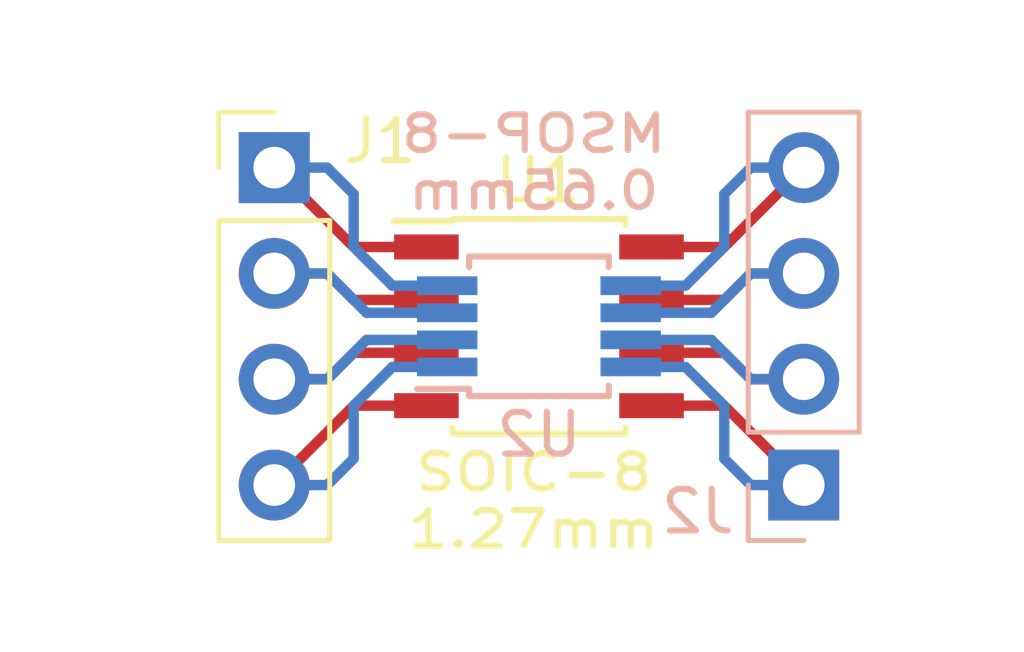
<source format=kicad_pcb>
(kicad_pcb (version 20171130) (host pcbnew 5.1.5)

  (general
    (thickness 1.6)
    (drawings 6)
    (tracks 52)
    (zones 0)
    (modules 4)
    (nets 9)
  )

  (page A4)
  (layers
    (0 F.Cu signal)
    (31 B.Cu signal)
    (32 B.Adhes user)
    (33 F.Adhes user)
    (34 B.Paste user)
    (35 F.Paste user)
    (36 B.SilkS user)
    (37 F.SilkS user)
    (38 B.Mask user)
    (39 F.Mask user)
    (40 Dwgs.User user)
    (41 Cmts.User user)
    (42 Eco1.User user)
    (43 Eco2.User user)
    (44 Edge.Cuts user)
    (45 Margin user)
    (46 B.CrtYd user)
    (47 F.CrtYd user)
    (48 B.Fab user)
    (49 F.Fab user)
  )

  (setup
    (last_trace_width 0.25)
    (trace_clearance 0.2)
    (zone_clearance 0.508)
    (zone_45_only no)
    (trace_min 0.2)
    (via_size 0.8)
    (via_drill 0.4)
    (via_min_size 0.4)
    (via_min_drill 0.3)
    (uvia_size 0.3)
    (uvia_drill 0.1)
    (uvias_allowed no)
    (uvia_min_size 0.2)
    (uvia_min_drill 0.1)
    (edge_width 0.05)
    (segment_width 0.2)
    (pcb_text_width 0.3)
    (pcb_text_size 1.5 1.5)
    (mod_edge_width 0.12)
    (mod_text_size 1 1)
    (mod_text_width 0.15)
    (pad_size 1.524 1.524)
    (pad_drill 0.762)
    (pad_to_mask_clearance 0.051)
    (solder_mask_min_width 0.25)
    (aux_axis_origin 0 0)
    (visible_elements FFFFFF7F)
    (pcbplotparams
      (layerselection 0x010fc_ffffffff)
      (usegerberextensions false)
      (usegerberattributes false)
      (usegerberadvancedattributes false)
      (creategerberjobfile false)
      (excludeedgelayer true)
      (linewidth 0.100000)
      (plotframeref false)
      (viasonmask false)
      (mode 1)
      (useauxorigin false)
      (hpglpennumber 1)
      (hpglpenspeed 20)
      (hpglpendiameter 15.000000)
      (psnegative false)
      (psa4output false)
      (plotreference true)
      (plotvalue true)
      (plotinvisibletext false)
      (padsonsilk false)
      (subtractmaskfromsilk false)
      (outputformat 1)
      (mirror false)
      (drillshape 1)
      (scaleselection 1)
      (outputdirectory ""))
  )

  (net 0 "")
  (net 1 "Net-(J1-Pad1)")
  (net 2 "Net-(J1-Pad2)")
  (net 3 "Net-(J1-Pad3)")
  (net 4 "Net-(J1-Pad4)")
  (net 5 "Net-(J2-Pad1)")
  (net 6 "Net-(J2-Pad2)")
  (net 7 "Net-(J2-Pad3)")
  (net 8 "Net-(J2-Pad4)")

  (net_class Default "This is the default net class."
    (clearance 0.2)
    (trace_width 0.25)
    (via_dia 0.8)
    (via_drill 0.4)
    (uvia_dia 0.3)
    (uvia_drill 0.1)
    (add_net "Net-(J1-Pad1)")
    (add_net "Net-(J1-Pad2)")
    (add_net "Net-(J1-Pad3)")
    (add_net "Net-(J1-Pad4)")
    (add_net "Net-(J2-Pad1)")
    (add_net "Net-(J2-Pad2)")
    (add_net "Net-(J2-Pad3)")
    (add_net "Net-(J2-Pad4)")
  )

  (module Pin_Headers:Pin_Header_Straight_1x04_Pitch2.54mm (layer B.Cu) (tedit 59650532) (tstamp 5E449F51)
    (at 146.05 97.155)
    (descr "Through hole straight pin header, 1x04, 2.54mm pitch, single row")
    (tags "Through hole pin header THT 1x04 2.54mm single row")
    (path /5E449E0B)
    (fp_text reference J2 (at -2.54 0.635) (layer B.SilkS)
      (effects (font (size 1 1) (thickness 0.15)) (justify mirror))
    )
    (fp_text value Conn_01x04 (at 0.635 -10.795) (layer B.Fab)
      (effects (font (size 1 1) (thickness 0.15)) (justify mirror))
    )
    (fp_line (start -0.635 1.27) (end 1.27 1.27) (layer B.Fab) (width 0.1))
    (fp_line (start 1.27 1.27) (end 1.27 -8.89) (layer B.Fab) (width 0.1))
    (fp_line (start 1.27 -8.89) (end -1.27 -8.89) (layer B.Fab) (width 0.1))
    (fp_line (start -1.27 -8.89) (end -1.27 0.635) (layer B.Fab) (width 0.1))
    (fp_line (start -1.27 0.635) (end -0.635 1.27) (layer B.Fab) (width 0.1))
    (fp_line (start -1.33 -8.95) (end 1.33 -8.95) (layer B.SilkS) (width 0.12))
    (fp_line (start -1.33 -1.27) (end -1.33 -8.95) (layer B.SilkS) (width 0.12))
    (fp_line (start 1.33 -1.27) (end 1.33 -8.95) (layer B.SilkS) (width 0.12))
    (fp_line (start -1.33 -1.27) (end 1.33 -1.27) (layer B.SilkS) (width 0.12))
    (fp_line (start -1.33 0) (end -1.33 1.33) (layer B.SilkS) (width 0.12))
    (fp_line (start -1.33 1.33) (end 0 1.33) (layer B.SilkS) (width 0.12))
    (fp_line (start -1.8 1.8) (end -1.8 -9.4) (layer B.CrtYd) (width 0.05))
    (fp_line (start -1.8 -9.4) (end 1.8 -9.4) (layer B.CrtYd) (width 0.05))
    (fp_line (start 1.8 -9.4) (end 1.8 1.8) (layer B.CrtYd) (width 0.05))
    (fp_line (start 1.8 1.8) (end -1.8 1.8) (layer B.CrtYd) (width 0.05))
    (fp_text user %R (at 0 -3.81 -90) (layer B.Fab)
      (effects (font (size 1 1) (thickness 0.15)) (justify mirror))
    )
    (pad 1 thru_hole rect (at 0 0) (size 1.7 1.7) (drill 1) (layers *.Cu *.Mask)
      (net 5 "Net-(J2-Pad1)"))
    (pad 2 thru_hole oval (at 0 -2.54) (size 1.7 1.7) (drill 1) (layers *.Cu *.Mask)
      (net 6 "Net-(J2-Pad2)"))
    (pad 3 thru_hole oval (at 0 -5.08) (size 1.7 1.7) (drill 1) (layers *.Cu *.Mask)
      (net 7 "Net-(J2-Pad3)"))
    (pad 4 thru_hole oval (at 0 -7.62) (size 1.7 1.7) (drill 1) (layers *.Cu *.Mask)
      (net 8 "Net-(J2-Pad4)"))
    (model ${KISYS3DMOD}/Pin_Headers.3dshapes/Pin_Header_Straight_1x04_Pitch2.54mm.wrl
      (at (xyz 0 0 0))
      (scale (xyz 1 1 1))
      (rotate (xyz 0 0 0))
    )
  )

  (module Pin_Headers:Pin_Header_Straight_1x04_Pitch2.54mm (layer F.Cu) (tedit 59650532) (tstamp 5E449F4E)
    (at 133.35 89.535)
    (descr "Through hole straight pin header, 1x04, 2.54mm pitch, single row")
    (tags "Through hole pin header THT 1x04 2.54mm single row")
    (path /5E44A2F3)
    (fp_text reference J1 (at 2.54 -0.635) (layer F.SilkS)
      (effects (font (size 1 1) (thickness 0.15)))
    )
    (fp_text value Conn_01x04 (at -1.905 10.795) (layer F.Fab)
      (effects (font (size 1 1) (thickness 0.15)))
    )
    (fp_line (start -0.635 -1.27) (end 1.27 -1.27) (layer F.Fab) (width 0.1))
    (fp_line (start 1.27 -1.27) (end 1.27 8.89) (layer F.Fab) (width 0.1))
    (fp_line (start 1.27 8.89) (end -1.27 8.89) (layer F.Fab) (width 0.1))
    (fp_line (start -1.27 8.89) (end -1.27 -0.635) (layer F.Fab) (width 0.1))
    (fp_line (start -1.27 -0.635) (end -0.635 -1.27) (layer F.Fab) (width 0.1))
    (fp_line (start -1.33 8.95) (end 1.33 8.95) (layer F.SilkS) (width 0.12))
    (fp_line (start -1.33 1.27) (end -1.33 8.95) (layer F.SilkS) (width 0.12))
    (fp_line (start 1.33 1.27) (end 1.33 8.95) (layer F.SilkS) (width 0.12))
    (fp_line (start -1.33 1.27) (end 1.33 1.27) (layer F.SilkS) (width 0.12))
    (fp_line (start -1.33 0) (end -1.33 -1.33) (layer F.SilkS) (width 0.12))
    (fp_line (start -1.33 -1.33) (end 0 -1.33) (layer F.SilkS) (width 0.12))
    (fp_line (start -1.8 -1.8) (end -1.8 9.4) (layer F.CrtYd) (width 0.05))
    (fp_line (start -1.8 9.4) (end 1.8 9.4) (layer F.CrtYd) (width 0.05))
    (fp_line (start 1.8 9.4) (end 1.8 -1.8) (layer F.CrtYd) (width 0.05))
    (fp_line (start 1.8 -1.8) (end -1.8 -1.8) (layer F.CrtYd) (width 0.05))
    (fp_text user %R (at 0 3.81 90) (layer F.Fab)
      (effects (font (size 1 1) (thickness 0.15)))
    )
    (pad 1 thru_hole rect (at 0 0) (size 1.7 1.7) (drill 1) (layers *.Cu *.Mask)
      (net 1 "Net-(J1-Pad1)"))
    (pad 2 thru_hole oval (at 0 2.54) (size 1.7 1.7) (drill 1) (layers *.Cu *.Mask)
      (net 2 "Net-(J1-Pad2)"))
    (pad 3 thru_hole oval (at 0 5.08) (size 1.7 1.7) (drill 1) (layers *.Cu *.Mask)
      (net 3 "Net-(J1-Pad3)"))
    (pad 4 thru_hole oval (at 0 7.62) (size 1.7 1.7) (drill 1) (layers *.Cu *.Mask)
      (net 4 "Net-(J1-Pad4)"))
    (model ${KISYS3DMOD}/Pin_Headers.3dshapes/Pin_Header_Straight_1x04_Pitch2.54mm.wrl
      (at (xyz 0 0 0))
      (scale (xyz 1 1 1))
      (rotate (xyz 0 0 0))
    )
  )

  (module Housings_SSOP:MSOP-8_3x3mm_Pitch0.65mm (layer B.Cu) (tedit 54130A77) (tstamp 5E449F5D)
    (at 139.7 93.345)
    (descr "8-Lead Plastic Micro Small Outline Package (MS) [MSOP] (see Microchip Packaging Specification 00000049BS.pdf)")
    (tags "SSOP 0.65")
    (path /5E44C110)
    (attr smd)
    (fp_text reference U2 (at 0 2.6) (layer B.SilkS)
      (effects (font (size 1 1) (thickness 0.15)) (justify mirror))
    )
    (fp_text value Generic_8pin (at 0 -2.6) (layer B.Fab)
      (effects (font (size 1 1) (thickness 0.15)) (justify mirror))
    )
    (fp_line (start -0.5 1.5) (end 1.5 1.5) (layer B.Fab) (width 0.15))
    (fp_line (start 1.5 1.5) (end 1.5 -1.5) (layer B.Fab) (width 0.15))
    (fp_line (start 1.5 -1.5) (end -1.5 -1.5) (layer B.Fab) (width 0.15))
    (fp_line (start -1.5 -1.5) (end -1.5 0.5) (layer B.Fab) (width 0.15))
    (fp_line (start -1.5 0.5) (end -0.5 1.5) (layer B.Fab) (width 0.15))
    (fp_line (start -3.2 1.85) (end -3.2 -1.85) (layer B.CrtYd) (width 0.05))
    (fp_line (start 3.2 1.85) (end 3.2 -1.85) (layer B.CrtYd) (width 0.05))
    (fp_line (start -3.2 1.85) (end 3.2 1.85) (layer B.CrtYd) (width 0.05))
    (fp_line (start -3.2 -1.85) (end 3.2 -1.85) (layer B.CrtYd) (width 0.05))
    (fp_line (start -1.675 1.675) (end -1.675 1.5) (layer B.SilkS) (width 0.15))
    (fp_line (start 1.675 1.675) (end 1.675 1.425) (layer B.SilkS) (width 0.15))
    (fp_line (start 1.675 -1.675) (end 1.675 -1.425) (layer B.SilkS) (width 0.15))
    (fp_line (start -1.675 -1.675) (end -1.675 -1.425) (layer B.SilkS) (width 0.15))
    (fp_line (start -1.675 1.675) (end 1.675 1.675) (layer B.SilkS) (width 0.15))
    (fp_line (start -1.675 -1.675) (end 1.675 -1.675) (layer B.SilkS) (width 0.15))
    (fp_line (start -1.675 1.5) (end -2.925 1.5) (layer B.SilkS) (width 0.15))
    (fp_text user %R (at 0 0) (layer B.Fab)
      (effects (font (size 0.6 0.6) (thickness 0.15)) (justify mirror))
    )
    (pad 1 smd rect (at -2.2 0.975) (size 1.45 0.45) (layers B.Cu B.Paste B.Mask)
      (net 4 "Net-(J1-Pad4)"))
    (pad 2 smd rect (at -2.2 0.325) (size 1.45 0.45) (layers B.Cu B.Paste B.Mask)
      (net 3 "Net-(J1-Pad3)"))
    (pad 3 smd rect (at -2.2 -0.325) (size 1.45 0.45) (layers B.Cu B.Paste B.Mask)
      (net 2 "Net-(J1-Pad2)"))
    (pad 4 smd rect (at -2.2 -0.975) (size 1.45 0.45) (layers B.Cu B.Paste B.Mask)
      (net 1 "Net-(J1-Pad1)"))
    (pad 5 smd rect (at 2.2 -0.975) (size 1.45 0.45) (layers B.Cu B.Paste B.Mask)
      (net 8 "Net-(J2-Pad4)"))
    (pad 6 smd rect (at 2.2 -0.325) (size 1.45 0.45) (layers B.Cu B.Paste B.Mask)
      (net 7 "Net-(J2-Pad3)"))
    (pad 7 smd rect (at 2.2 0.325) (size 1.45 0.45) (layers B.Cu B.Paste B.Mask)
      (net 6 "Net-(J2-Pad2)"))
    (pad 8 smd rect (at 2.2 0.975) (size 1.45 0.45) (layers B.Cu B.Paste B.Mask)
      (net 5 "Net-(J2-Pad1)"))
    (model ${KISYS3DMOD}/Housings_SSOP.3dshapes/MSOP-8_3x3mm_Pitch0.65mm.wrl
      (at (xyz 0 0 0))
      (scale (xyz 1 1 1))
      (rotate (xyz 0 0 0))
    )
  )

  (module Housings_SOIC:SOIC-8_3.9x4.9mm_Pitch1.27mm (layer F.Cu) (tedit 58CD0CDA) (tstamp 5E449F5A)
    (at 139.7 93.345)
    (descr "8-Lead Plastic Small Outline (SN) - Narrow, 3.90 mm Body [SOIC] (see Microchip Packaging Specification 00000049BS.pdf)")
    (tags "SOIC 1.27")
    (path /5E44B530)
    (attr smd)
    (fp_text reference U1 (at -0.02 -3.5) (layer F.SilkS)
      (effects (font (size 1 1) (thickness 0.15)))
    )
    (fp_text value Generic_8pin (at 0 3.175) (layer F.Fab)
      (effects (font (size 1 1) (thickness 0.15)))
    )
    (fp_text user %R (at -0.02 0) (layer F.Fab)
      (effects (font (size 1 1) (thickness 0.15)))
    )
    (fp_line (start -0.95 -2.45) (end 1.95 -2.45) (layer F.Fab) (width 0.1))
    (fp_line (start 1.95 -2.45) (end 1.95 2.45) (layer F.Fab) (width 0.1))
    (fp_line (start 1.95 2.45) (end -1.95 2.45) (layer F.Fab) (width 0.1))
    (fp_line (start -1.95 2.45) (end -1.95 -1.45) (layer F.Fab) (width 0.1))
    (fp_line (start -1.95 -1.45) (end -0.95 -2.45) (layer F.Fab) (width 0.1))
    (fp_line (start -3.73 -2.7) (end -3.73 2.7) (layer F.CrtYd) (width 0.05))
    (fp_line (start 3.73 -2.7) (end 3.73 2.7) (layer F.CrtYd) (width 0.05))
    (fp_line (start -3.73 -2.7) (end 3.73 -2.7) (layer F.CrtYd) (width 0.05))
    (fp_line (start -3.73 2.7) (end 3.73 2.7) (layer F.CrtYd) (width 0.05))
    (fp_line (start -2.075 -2.575) (end -2.075 -2.525) (layer F.SilkS) (width 0.15))
    (fp_line (start 2.075 -2.575) (end 2.075 -2.43) (layer F.SilkS) (width 0.15))
    (fp_line (start 2.075 2.575) (end 2.075 2.43) (layer F.SilkS) (width 0.15))
    (fp_line (start -2.075 2.575) (end -2.075 2.43) (layer F.SilkS) (width 0.15))
    (fp_line (start -2.075 -2.575) (end 2.075 -2.575) (layer F.SilkS) (width 0.15))
    (fp_line (start -2.075 2.575) (end 2.075 2.575) (layer F.SilkS) (width 0.15))
    (fp_line (start -2.075 -2.525) (end -3.475 -2.525) (layer F.SilkS) (width 0.15))
    (pad 1 smd rect (at -2.7 -1.905) (size 1.55 0.6) (layers F.Cu F.Paste F.Mask)
      (net 1 "Net-(J1-Pad1)"))
    (pad 2 smd rect (at -2.7 -0.635) (size 1.55 0.6) (layers F.Cu F.Paste F.Mask)
      (net 2 "Net-(J1-Pad2)"))
    (pad 3 smd rect (at -2.7 0.635) (size 1.55 0.6) (layers F.Cu F.Paste F.Mask)
      (net 3 "Net-(J1-Pad3)"))
    (pad 4 smd rect (at -2.7 1.905) (size 1.55 0.6) (layers F.Cu F.Paste F.Mask)
      (net 4 "Net-(J1-Pad4)"))
    (pad 5 smd rect (at 2.7 1.905) (size 1.55 0.6) (layers F.Cu F.Paste F.Mask)
      (net 5 "Net-(J2-Pad1)"))
    (pad 6 smd rect (at 2.7 0.635) (size 1.55 0.6) (layers F.Cu F.Paste F.Mask)
      (net 6 "Net-(J2-Pad2)"))
    (pad 7 smd rect (at 2.7 -0.635) (size 1.55 0.6) (layers F.Cu F.Paste F.Mask)
      (net 7 "Net-(J2-Pad3)"))
    (pad 8 smd rect (at 2.7 -1.905) (size 1.55 0.6) (layers F.Cu F.Paste F.Mask)
      (net 8 "Net-(J2-Pad4)"))
    (model ${KISYS3DMOD}/Housings_SOIC.3dshapes/SOIC-8_3.9x4.9mm_Pitch1.27mm.wrl
      (at (xyz 0 0 0))
      (scale (xyz 1 1 1))
      (rotate (xyz 0 0 0))
    )
  )

  (gr_text "MSOP-8\n0.65mm" (at 139.573 89.408) (layer B.SilkS)
    (effects (font (size 0.85 1) (thickness 0.15)) (justify mirror))
  )
  (gr_text "SOIC-8\n1.27mm" (at 139.573 97.536) (layer F.SilkS)
    (effects (font (size 0.85 1) (thickness 0.15)))
  )
  (gr_line (start 131.445 99.06) (end 147.955 99.06) (layer Margin) (width 0.15) (tstamp 5E44B1CD))
  (gr_line (start 147.955 87.63) (end 131.445 87.63) (layer Margin) (width 0.15) (tstamp 5E44B1CC))
  (gr_line (start 147.955 99.06) (end 147.955 87.63) (layer Margin) (width 0.15))
  (gr_line (start 131.445 87.63) (end 131.445 99.06) (layer Margin) (width 0.15))

  (segment (start 135.255 91.44) (end 133.35 89.535) (width 0.25) (layer F.Cu) (net 1))
  (segment (start 137 91.44) (end 135.255 91.44) (width 0.25) (layer F.Cu) (net 1))
  (segment (start 137.5 92.37) (end 136.185 92.37) (width 0.25) (layer B.Cu) (net 1))
  (segment (start 136.185 92.37) (end 135.255 91.44) (width 0.25) (layer B.Cu) (net 1))
  (segment (start 135.255 91.44) (end 135.255 90.17) (width 0.25) (layer B.Cu) (net 1))
  (segment (start 134.62 89.535) (end 133.35 89.535) (width 0.25) (layer B.Cu) (net 1))
  (segment (start 135.255 90.17) (end 134.62 89.535) (width 0.25) (layer B.Cu) (net 1))
  (segment (start 137 92.71) (end 135.255 92.71) (width 0.25) (layer F.Cu) (net 2))
  (segment (start 134.62 92.075) (end 133.35 92.075) (width 0.25) (layer F.Cu) (net 2))
  (segment (start 135.255 92.71) (end 134.62 92.075) (width 0.25) (layer F.Cu) (net 2))
  (segment (start 137.5 93.02) (end 135.565 93.02) (width 0.25) (layer B.Cu) (net 2))
  (segment (start 134.62 92.075) (end 133.35 92.075) (width 0.25) (layer B.Cu) (net 2))
  (segment (start 135.565 93.02) (end 134.62 92.075) (width 0.25) (layer B.Cu) (net 2))
  (segment (start 137 93.98) (end 135.255 93.98) (width 0.25) (layer F.Cu) (net 3))
  (segment (start 134.62 94.615) (end 133.35 94.615) (width 0.25) (layer F.Cu) (net 3))
  (segment (start 135.255 93.98) (end 134.62 94.615) (width 0.25) (layer F.Cu) (net 3))
  (segment (start 137.5 93.67) (end 135.565 93.67) (width 0.25) (layer B.Cu) (net 3))
  (segment (start 134.62 94.615) (end 133.35 94.615) (width 0.25) (layer B.Cu) (net 3))
  (segment (start 135.565 93.67) (end 134.62 94.615) (width 0.25) (layer B.Cu) (net 3))
  (segment (start 135.255 95.25) (end 133.35 97.155) (width 0.25) (layer F.Cu) (net 4))
  (segment (start 137 95.25) (end 135.255 95.25) (width 0.25) (layer F.Cu) (net 4))
  (segment (start 137.5 94.32) (end 136.185 94.32) (width 0.25) (layer B.Cu) (net 4))
  (segment (start 136.185 94.32) (end 135.255 95.25) (width 0.25) (layer B.Cu) (net 4))
  (segment (start 135.255 95.25) (end 135.255 96.52) (width 0.25) (layer B.Cu) (net 4))
  (segment (start 134.62 97.155) (end 133.35 97.155) (width 0.25) (layer B.Cu) (net 4))
  (segment (start 135.255 96.52) (end 134.62 97.155) (width 0.25) (layer B.Cu) (net 4))
  (segment (start 144.145 95.25) (end 146.05 97.155) (width 0.25) (layer F.Cu) (net 5))
  (segment (start 142.4 95.25) (end 144.145 95.25) (width 0.25) (layer F.Cu) (net 5))
  (segment (start 141.9 94.32) (end 143.215 94.32) (width 0.25) (layer B.Cu) (net 5))
  (segment (start 143.215 94.32) (end 144.145 95.25) (width 0.25) (layer B.Cu) (net 5))
  (segment (start 144.145 95.25) (end 144.145 96.52) (width 0.25) (layer B.Cu) (net 5))
  (segment (start 144.78 97.155) (end 146.05 97.155) (width 0.25) (layer B.Cu) (net 5))
  (segment (start 144.145 96.52) (end 144.78 97.155) (width 0.25) (layer B.Cu) (net 5))
  (segment (start 142.4 93.98) (end 144.145 93.98) (width 0.25) (layer F.Cu) (net 6))
  (segment (start 144.78 94.615) (end 146.05 94.615) (width 0.25) (layer F.Cu) (net 6))
  (segment (start 144.145 93.98) (end 144.78 94.615) (width 0.25) (layer F.Cu) (net 6))
  (segment (start 141.9 93.67) (end 143.835 93.67) (width 0.25) (layer B.Cu) (net 6))
  (segment (start 144.78 94.615) (end 146.05 94.615) (width 0.25) (layer B.Cu) (net 6))
  (segment (start 143.835 93.67) (end 144.78 94.615) (width 0.25) (layer B.Cu) (net 6))
  (segment (start 142.4 92.71) (end 144.145 92.71) (width 0.25) (layer F.Cu) (net 7))
  (segment (start 144.78 92.075) (end 146.05 92.075) (width 0.25) (layer F.Cu) (net 7))
  (segment (start 144.145 92.71) (end 144.78 92.075) (width 0.25) (layer F.Cu) (net 7))
  (segment (start 141.9 93.02) (end 143.835 93.02) (width 0.25) (layer B.Cu) (net 7))
  (segment (start 144.78 92.075) (end 146.05 92.075) (width 0.25) (layer B.Cu) (net 7))
  (segment (start 143.835 93.02) (end 144.78 92.075) (width 0.25) (layer B.Cu) (net 7))
  (segment (start 144.145 91.44) (end 146.05 89.535) (width 0.25) (layer F.Cu) (net 8))
  (segment (start 142.4 91.44) (end 144.145 91.44) (width 0.25) (layer F.Cu) (net 8))
  (segment (start 141.9 92.37) (end 143.215 92.37) (width 0.25) (layer B.Cu) (net 8))
  (segment (start 143.215 92.37) (end 144.145 91.44) (width 0.25) (layer B.Cu) (net 8))
  (segment (start 144.145 91.44) (end 144.145 90.17) (width 0.25) (layer B.Cu) (net 8))
  (segment (start 144.78 89.535) (end 146.05 89.535) (width 0.25) (layer B.Cu) (net 8))
  (segment (start 144.145 90.17) (end 144.78 89.535) (width 0.25) (layer B.Cu) (net 8))

)

</source>
